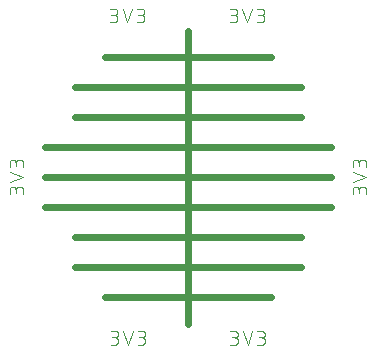
<source format=gbr>
G04 EAGLE Gerber RS-274X export*
G75*
%MOMM*%
%FSLAX34Y34*%
%LPD*%
%INSilkscreen Top*%
%IPPOS*%
%AMOC8*
5,1,8,0,0,1.08239X$1,22.5*%
G01*
%ADD10C,0.101600*%
%ADD11C,0.609600*%


D10*
X381518Y476980D02*
X384764Y476980D01*
X384877Y476982D01*
X384990Y476988D01*
X385103Y476998D01*
X385216Y477012D01*
X385328Y477029D01*
X385439Y477051D01*
X385549Y477076D01*
X385659Y477106D01*
X385767Y477139D01*
X385874Y477176D01*
X385980Y477216D01*
X386084Y477261D01*
X386187Y477309D01*
X386288Y477360D01*
X386387Y477415D01*
X386484Y477473D01*
X386579Y477535D01*
X386672Y477600D01*
X386762Y477668D01*
X386850Y477739D01*
X386936Y477814D01*
X387019Y477891D01*
X387099Y477971D01*
X387176Y478054D01*
X387251Y478140D01*
X387322Y478228D01*
X387390Y478318D01*
X387455Y478411D01*
X387517Y478506D01*
X387575Y478603D01*
X387630Y478702D01*
X387681Y478803D01*
X387729Y478906D01*
X387774Y479010D01*
X387814Y479116D01*
X387851Y479223D01*
X387884Y479331D01*
X387914Y479441D01*
X387939Y479551D01*
X387961Y479662D01*
X387978Y479774D01*
X387992Y479887D01*
X388002Y480000D01*
X388008Y480113D01*
X388010Y480226D01*
X388008Y480339D01*
X388002Y480452D01*
X387992Y480565D01*
X387978Y480678D01*
X387961Y480790D01*
X387939Y480901D01*
X387914Y481011D01*
X387884Y481121D01*
X387851Y481229D01*
X387814Y481336D01*
X387774Y481442D01*
X387729Y481546D01*
X387681Y481649D01*
X387630Y481750D01*
X387575Y481849D01*
X387517Y481946D01*
X387455Y482041D01*
X387390Y482134D01*
X387322Y482224D01*
X387251Y482312D01*
X387176Y482398D01*
X387099Y482481D01*
X387019Y482561D01*
X386936Y482638D01*
X386850Y482713D01*
X386762Y482784D01*
X386672Y482852D01*
X386579Y482917D01*
X386484Y482979D01*
X386387Y483037D01*
X386288Y483092D01*
X386187Y483143D01*
X386084Y483191D01*
X385980Y483236D01*
X385874Y483276D01*
X385767Y483313D01*
X385659Y483346D01*
X385549Y483376D01*
X385439Y483401D01*
X385328Y483423D01*
X385216Y483440D01*
X385103Y483454D01*
X384990Y483464D01*
X384877Y483470D01*
X384764Y483472D01*
X385413Y488664D02*
X381518Y488664D01*
X385413Y488664D02*
X385514Y488662D01*
X385614Y488656D01*
X385714Y488646D01*
X385814Y488633D01*
X385913Y488615D01*
X386012Y488594D01*
X386109Y488569D01*
X386206Y488540D01*
X386301Y488507D01*
X386395Y488471D01*
X386487Y488431D01*
X386578Y488388D01*
X386667Y488341D01*
X386754Y488291D01*
X386840Y488237D01*
X386923Y488180D01*
X387003Y488120D01*
X387082Y488057D01*
X387158Y487990D01*
X387231Y487921D01*
X387301Y487849D01*
X387369Y487775D01*
X387434Y487698D01*
X387495Y487618D01*
X387554Y487536D01*
X387609Y487452D01*
X387661Y487366D01*
X387710Y487278D01*
X387755Y487188D01*
X387797Y487096D01*
X387835Y487003D01*
X387869Y486908D01*
X387900Y486813D01*
X387927Y486716D01*
X387950Y486618D01*
X387970Y486519D01*
X387985Y486419D01*
X387997Y486319D01*
X388005Y486219D01*
X388009Y486118D01*
X388009Y486018D01*
X388005Y485917D01*
X387997Y485817D01*
X387985Y485717D01*
X387970Y485617D01*
X387950Y485518D01*
X387927Y485420D01*
X387900Y485323D01*
X387869Y485228D01*
X387835Y485133D01*
X387797Y485040D01*
X387755Y484948D01*
X387710Y484858D01*
X387661Y484770D01*
X387609Y484684D01*
X387554Y484600D01*
X387495Y484518D01*
X387434Y484438D01*
X387369Y484361D01*
X387301Y484287D01*
X387231Y484215D01*
X387158Y484146D01*
X387082Y484079D01*
X387003Y484016D01*
X386923Y483956D01*
X386840Y483899D01*
X386754Y483845D01*
X386667Y483795D01*
X386578Y483748D01*
X386487Y483705D01*
X386395Y483665D01*
X386301Y483629D01*
X386206Y483596D01*
X386109Y483567D01*
X386012Y483542D01*
X385913Y483521D01*
X385814Y483503D01*
X385714Y483490D01*
X385614Y483480D01*
X385514Y483474D01*
X385413Y483472D01*
X385413Y483471D02*
X382817Y483471D01*
X392299Y488664D02*
X396194Y476980D01*
X400089Y488664D01*
X404378Y476980D02*
X407624Y476980D01*
X407737Y476982D01*
X407850Y476988D01*
X407963Y476998D01*
X408076Y477012D01*
X408188Y477029D01*
X408299Y477051D01*
X408409Y477076D01*
X408519Y477106D01*
X408627Y477139D01*
X408734Y477176D01*
X408840Y477216D01*
X408944Y477261D01*
X409047Y477309D01*
X409148Y477360D01*
X409247Y477415D01*
X409344Y477473D01*
X409439Y477535D01*
X409532Y477600D01*
X409622Y477668D01*
X409710Y477739D01*
X409796Y477814D01*
X409879Y477891D01*
X409959Y477971D01*
X410036Y478054D01*
X410111Y478140D01*
X410182Y478228D01*
X410250Y478318D01*
X410315Y478411D01*
X410377Y478506D01*
X410435Y478603D01*
X410490Y478702D01*
X410541Y478803D01*
X410589Y478906D01*
X410634Y479010D01*
X410674Y479116D01*
X410711Y479223D01*
X410744Y479331D01*
X410774Y479441D01*
X410799Y479551D01*
X410821Y479662D01*
X410838Y479774D01*
X410852Y479887D01*
X410862Y480000D01*
X410868Y480113D01*
X410870Y480226D01*
X410868Y480339D01*
X410862Y480452D01*
X410852Y480565D01*
X410838Y480678D01*
X410821Y480790D01*
X410799Y480901D01*
X410774Y481011D01*
X410744Y481121D01*
X410711Y481229D01*
X410674Y481336D01*
X410634Y481442D01*
X410589Y481546D01*
X410541Y481649D01*
X410490Y481750D01*
X410435Y481849D01*
X410377Y481946D01*
X410315Y482041D01*
X410250Y482134D01*
X410182Y482224D01*
X410111Y482312D01*
X410036Y482398D01*
X409959Y482481D01*
X409879Y482561D01*
X409796Y482638D01*
X409710Y482713D01*
X409622Y482784D01*
X409532Y482852D01*
X409439Y482917D01*
X409344Y482979D01*
X409247Y483037D01*
X409148Y483092D01*
X409047Y483143D01*
X408944Y483191D01*
X408840Y483236D01*
X408734Y483276D01*
X408627Y483313D01*
X408519Y483346D01*
X408409Y483376D01*
X408299Y483401D01*
X408188Y483423D01*
X408076Y483440D01*
X407963Y483454D01*
X407850Y483464D01*
X407737Y483470D01*
X407624Y483472D01*
X408273Y488664D02*
X404378Y488664D01*
X408273Y488664D02*
X408374Y488662D01*
X408474Y488656D01*
X408574Y488646D01*
X408674Y488633D01*
X408773Y488615D01*
X408872Y488594D01*
X408969Y488569D01*
X409066Y488540D01*
X409161Y488507D01*
X409255Y488471D01*
X409347Y488431D01*
X409438Y488388D01*
X409527Y488341D01*
X409614Y488291D01*
X409700Y488237D01*
X409783Y488180D01*
X409863Y488120D01*
X409942Y488057D01*
X410018Y487990D01*
X410091Y487921D01*
X410161Y487849D01*
X410229Y487775D01*
X410294Y487698D01*
X410355Y487618D01*
X410414Y487536D01*
X410469Y487452D01*
X410521Y487366D01*
X410570Y487278D01*
X410615Y487188D01*
X410657Y487096D01*
X410695Y487003D01*
X410729Y486908D01*
X410760Y486813D01*
X410787Y486716D01*
X410810Y486618D01*
X410830Y486519D01*
X410845Y486419D01*
X410857Y486319D01*
X410865Y486219D01*
X410869Y486118D01*
X410869Y486018D01*
X410865Y485917D01*
X410857Y485817D01*
X410845Y485717D01*
X410830Y485617D01*
X410810Y485518D01*
X410787Y485420D01*
X410760Y485323D01*
X410729Y485228D01*
X410695Y485133D01*
X410657Y485040D01*
X410615Y484948D01*
X410570Y484858D01*
X410521Y484770D01*
X410469Y484684D01*
X410414Y484600D01*
X410355Y484518D01*
X410294Y484438D01*
X410229Y484361D01*
X410161Y484287D01*
X410091Y484215D01*
X410018Y484146D01*
X409942Y484079D01*
X409863Y484016D01*
X409783Y483956D01*
X409700Y483899D01*
X409614Y483845D01*
X409527Y483795D01*
X409438Y483748D01*
X409347Y483705D01*
X409255Y483665D01*
X409161Y483629D01*
X409066Y483596D01*
X408969Y483567D01*
X408872Y483542D01*
X408773Y483521D01*
X408674Y483503D01*
X408574Y483490D01*
X408474Y483480D01*
X408374Y483474D01*
X408273Y483472D01*
X408273Y483471D02*
X405677Y483471D01*
X497242Y334770D02*
X497242Y331524D01*
X497242Y334770D02*
X497240Y334883D01*
X497234Y334996D01*
X497224Y335109D01*
X497210Y335222D01*
X497193Y335334D01*
X497171Y335445D01*
X497146Y335555D01*
X497116Y335665D01*
X497083Y335773D01*
X497046Y335880D01*
X497006Y335986D01*
X496961Y336090D01*
X496913Y336193D01*
X496862Y336294D01*
X496807Y336393D01*
X496749Y336490D01*
X496687Y336585D01*
X496622Y336678D01*
X496554Y336768D01*
X496483Y336856D01*
X496408Y336942D01*
X496331Y337025D01*
X496251Y337105D01*
X496168Y337182D01*
X496082Y337257D01*
X495994Y337328D01*
X495904Y337396D01*
X495811Y337461D01*
X495716Y337523D01*
X495619Y337581D01*
X495520Y337636D01*
X495419Y337687D01*
X495316Y337735D01*
X495212Y337780D01*
X495106Y337820D01*
X494999Y337857D01*
X494891Y337890D01*
X494781Y337920D01*
X494671Y337945D01*
X494560Y337967D01*
X494448Y337984D01*
X494335Y337998D01*
X494222Y338008D01*
X494109Y338014D01*
X493996Y338016D01*
X493883Y338014D01*
X493770Y338008D01*
X493657Y337998D01*
X493544Y337984D01*
X493432Y337967D01*
X493321Y337945D01*
X493211Y337920D01*
X493101Y337890D01*
X492993Y337857D01*
X492886Y337820D01*
X492780Y337780D01*
X492676Y337735D01*
X492573Y337687D01*
X492472Y337636D01*
X492373Y337581D01*
X492276Y337523D01*
X492181Y337461D01*
X492088Y337396D01*
X491998Y337328D01*
X491910Y337257D01*
X491824Y337182D01*
X491741Y337105D01*
X491661Y337025D01*
X491584Y336942D01*
X491509Y336856D01*
X491438Y336768D01*
X491370Y336678D01*
X491305Y336585D01*
X491243Y336490D01*
X491185Y336393D01*
X491130Y336294D01*
X491079Y336193D01*
X491031Y336090D01*
X490986Y335986D01*
X490946Y335880D01*
X490909Y335773D01*
X490876Y335665D01*
X490846Y335555D01*
X490821Y335445D01*
X490799Y335334D01*
X490782Y335222D01*
X490768Y335109D01*
X490758Y334996D01*
X490752Y334883D01*
X490750Y334770D01*
X485558Y335419D02*
X485558Y331524D01*
X485558Y335419D02*
X485560Y335520D01*
X485566Y335620D01*
X485576Y335720D01*
X485589Y335820D01*
X485607Y335919D01*
X485628Y336018D01*
X485653Y336115D01*
X485682Y336212D01*
X485715Y336307D01*
X485751Y336401D01*
X485791Y336493D01*
X485834Y336584D01*
X485881Y336673D01*
X485931Y336760D01*
X485985Y336846D01*
X486042Y336929D01*
X486102Y337009D01*
X486165Y337088D01*
X486232Y337164D01*
X486301Y337237D01*
X486373Y337307D01*
X486447Y337375D01*
X486524Y337440D01*
X486604Y337501D01*
X486686Y337560D01*
X486770Y337615D01*
X486856Y337667D01*
X486944Y337716D01*
X487034Y337761D01*
X487126Y337803D01*
X487219Y337841D01*
X487314Y337875D01*
X487409Y337906D01*
X487506Y337933D01*
X487604Y337956D01*
X487703Y337976D01*
X487803Y337991D01*
X487903Y338003D01*
X488003Y338011D01*
X488104Y338015D01*
X488204Y338015D01*
X488305Y338011D01*
X488405Y338003D01*
X488505Y337991D01*
X488605Y337976D01*
X488704Y337956D01*
X488802Y337933D01*
X488899Y337906D01*
X488994Y337875D01*
X489089Y337841D01*
X489182Y337803D01*
X489274Y337761D01*
X489364Y337716D01*
X489452Y337667D01*
X489538Y337615D01*
X489622Y337560D01*
X489704Y337501D01*
X489784Y337440D01*
X489861Y337375D01*
X489935Y337307D01*
X490007Y337237D01*
X490076Y337164D01*
X490143Y337088D01*
X490206Y337009D01*
X490266Y336929D01*
X490323Y336846D01*
X490377Y336760D01*
X490427Y336673D01*
X490474Y336584D01*
X490517Y336493D01*
X490557Y336401D01*
X490593Y336307D01*
X490626Y336212D01*
X490655Y336115D01*
X490680Y336018D01*
X490701Y335919D01*
X490719Y335820D01*
X490732Y335720D01*
X490742Y335620D01*
X490748Y335520D01*
X490750Y335419D01*
X490751Y335419D02*
X490751Y332823D01*
X485558Y342305D02*
X497242Y346200D01*
X485558Y350095D01*
X497242Y354384D02*
X497242Y357630D01*
X497240Y357743D01*
X497234Y357856D01*
X497224Y357969D01*
X497210Y358082D01*
X497193Y358194D01*
X497171Y358305D01*
X497146Y358415D01*
X497116Y358525D01*
X497083Y358633D01*
X497046Y358740D01*
X497006Y358846D01*
X496961Y358950D01*
X496913Y359053D01*
X496862Y359154D01*
X496807Y359253D01*
X496749Y359350D01*
X496687Y359445D01*
X496622Y359538D01*
X496554Y359628D01*
X496483Y359716D01*
X496408Y359802D01*
X496331Y359885D01*
X496251Y359965D01*
X496168Y360042D01*
X496082Y360117D01*
X495994Y360188D01*
X495904Y360256D01*
X495811Y360321D01*
X495716Y360383D01*
X495619Y360441D01*
X495520Y360496D01*
X495419Y360547D01*
X495316Y360595D01*
X495212Y360640D01*
X495106Y360680D01*
X494999Y360717D01*
X494891Y360750D01*
X494781Y360780D01*
X494671Y360805D01*
X494560Y360827D01*
X494448Y360844D01*
X494335Y360858D01*
X494222Y360868D01*
X494109Y360874D01*
X493996Y360876D01*
X493883Y360874D01*
X493770Y360868D01*
X493657Y360858D01*
X493544Y360844D01*
X493432Y360827D01*
X493321Y360805D01*
X493211Y360780D01*
X493101Y360750D01*
X492993Y360717D01*
X492886Y360680D01*
X492780Y360640D01*
X492676Y360595D01*
X492573Y360547D01*
X492472Y360496D01*
X492373Y360441D01*
X492276Y360383D01*
X492181Y360321D01*
X492088Y360256D01*
X491998Y360188D01*
X491910Y360117D01*
X491824Y360042D01*
X491741Y359965D01*
X491661Y359885D01*
X491584Y359802D01*
X491509Y359716D01*
X491438Y359628D01*
X491370Y359538D01*
X491305Y359445D01*
X491243Y359350D01*
X491185Y359253D01*
X491130Y359154D01*
X491079Y359053D01*
X491031Y358950D01*
X490986Y358846D01*
X490946Y358740D01*
X490909Y358633D01*
X490876Y358525D01*
X490846Y358415D01*
X490821Y358305D01*
X490799Y358194D01*
X490782Y358082D01*
X490768Y357969D01*
X490758Y357856D01*
X490752Y357743D01*
X490750Y357630D01*
X485558Y358279D02*
X485558Y354384D01*
X485558Y358279D02*
X485560Y358380D01*
X485566Y358480D01*
X485576Y358580D01*
X485589Y358680D01*
X485607Y358779D01*
X485628Y358878D01*
X485653Y358975D01*
X485682Y359072D01*
X485715Y359167D01*
X485751Y359261D01*
X485791Y359353D01*
X485834Y359444D01*
X485881Y359533D01*
X485931Y359620D01*
X485985Y359706D01*
X486042Y359789D01*
X486102Y359869D01*
X486165Y359948D01*
X486232Y360024D01*
X486301Y360097D01*
X486373Y360167D01*
X486447Y360235D01*
X486524Y360300D01*
X486604Y360361D01*
X486686Y360420D01*
X486770Y360475D01*
X486856Y360527D01*
X486944Y360576D01*
X487034Y360621D01*
X487126Y360663D01*
X487219Y360701D01*
X487314Y360735D01*
X487409Y360766D01*
X487506Y360793D01*
X487604Y360816D01*
X487703Y360836D01*
X487803Y360851D01*
X487903Y360863D01*
X488003Y360871D01*
X488104Y360875D01*
X488204Y360875D01*
X488305Y360871D01*
X488405Y360863D01*
X488505Y360851D01*
X488605Y360836D01*
X488704Y360816D01*
X488802Y360793D01*
X488899Y360766D01*
X488994Y360735D01*
X489089Y360701D01*
X489182Y360663D01*
X489274Y360621D01*
X489364Y360576D01*
X489452Y360527D01*
X489538Y360475D01*
X489622Y360420D01*
X489704Y360361D01*
X489784Y360300D01*
X489861Y360235D01*
X489935Y360167D01*
X490007Y360097D01*
X490076Y360024D01*
X490143Y359948D01*
X490206Y359869D01*
X490266Y359789D01*
X490323Y359706D01*
X490377Y359620D01*
X490427Y359533D01*
X490474Y359444D01*
X490517Y359353D01*
X490557Y359261D01*
X490593Y359167D01*
X490626Y359072D01*
X490655Y358975D01*
X490680Y358878D01*
X490701Y358779D01*
X490719Y358680D01*
X490732Y358580D01*
X490742Y358480D01*
X490748Y358380D01*
X490750Y358279D01*
X490751Y358279D02*
X490751Y355683D01*
X385272Y203960D02*
X382026Y203960D01*
X385272Y203960D02*
X385385Y203962D01*
X385498Y203968D01*
X385611Y203978D01*
X385724Y203992D01*
X385836Y204009D01*
X385947Y204031D01*
X386057Y204056D01*
X386167Y204086D01*
X386275Y204119D01*
X386382Y204156D01*
X386488Y204196D01*
X386592Y204241D01*
X386695Y204289D01*
X386796Y204340D01*
X386895Y204395D01*
X386992Y204453D01*
X387087Y204515D01*
X387180Y204580D01*
X387270Y204648D01*
X387358Y204719D01*
X387444Y204794D01*
X387527Y204871D01*
X387607Y204951D01*
X387684Y205034D01*
X387759Y205120D01*
X387830Y205208D01*
X387898Y205298D01*
X387963Y205391D01*
X388025Y205486D01*
X388083Y205583D01*
X388138Y205682D01*
X388189Y205783D01*
X388237Y205886D01*
X388282Y205990D01*
X388322Y206096D01*
X388359Y206203D01*
X388392Y206311D01*
X388422Y206421D01*
X388447Y206531D01*
X388469Y206642D01*
X388486Y206754D01*
X388500Y206867D01*
X388510Y206980D01*
X388516Y207093D01*
X388518Y207206D01*
X388516Y207319D01*
X388510Y207432D01*
X388500Y207545D01*
X388486Y207658D01*
X388469Y207770D01*
X388447Y207881D01*
X388422Y207991D01*
X388392Y208101D01*
X388359Y208209D01*
X388322Y208316D01*
X388282Y208422D01*
X388237Y208526D01*
X388189Y208629D01*
X388138Y208730D01*
X388083Y208829D01*
X388025Y208926D01*
X387963Y209021D01*
X387898Y209114D01*
X387830Y209204D01*
X387759Y209292D01*
X387684Y209378D01*
X387607Y209461D01*
X387527Y209541D01*
X387444Y209618D01*
X387358Y209693D01*
X387270Y209764D01*
X387180Y209832D01*
X387087Y209897D01*
X386992Y209959D01*
X386895Y210017D01*
X386796Y210072D01*
X386695Y210123D01*
X386592Y210171D01*
X386488Y210216D01*
X386382Y210256D01*
X386275Y210293D01*
X386167Y210326D01*
X386057Y210356D01*
X385947Y210381D01*
X385836Y210403D01*
X385724Y210420D01*
X385611Y210434D01*
X385498Y210444D01*
X385385Y210450D01*
X385272Y210452D01*
X385921Y215644D02*
X382026Y215644D01*
X385921Y215644D02*
X386022Y215642D01*
X386122Y215636D01*
X386222Y215626D01*
X386322Y215613D01*
X386421Y215595D01*
X386520Y215574D01*
X386617Y215549D01*
X386714Y215520D01*
X386809Y215487D01*
X386903Y215451D01*
X386995Y215411D01*
X387086Y215368D01*
X387175Y215321D01*
X387262Y215271D01*
X387348Y215217D01*
X387431Y215160D01*
X387511Y215100D01*
X387590Y215037D01*
X387666Y214970D01*
X387739Y214901D01*
X387809Y214829D01*
X387877Y214755D01*
X387942Y214678D01*
X388003Y214598D01*
X388062Y214516D01*
X388117Y214432D01*
X388169Y214346D01*
X388218Y214258D01*
X388263Y214168D01*
X388305Y214076D01*
X388343Y213983D01*
X388377Y213888D01*
X388408Y213793D01*
X388435Y213696D01*
X388458Y213598D01*
X388478Y213499D01*
X388493Y213399D01*
X388505Y213299D01*
X388513Y213199D01*
X388517Y213098D01*
X388517Y212998D01*
X388513Y212897D01*
X388505Y212797D01*
X388493Y212697D01*
X388478Y212597D01*
X388458Y212498D01*
X388435Y212400D01*
X388408Y212303D01*
X388377Y212208D01*
X388343Y212113D01*
X388305Y212020D01*
X388263Y211928D01*
X388218Y211838D01*
X388169Y211750D01*
X388117Y211664D01*
X388062Y211580D01*
X388003Y211498D01*
X387942Y211418D01*
X387877Y211341D01*
X387809Y211267D01*
X387739Y211195D01*
X387666Y211126D01*
X387590Y211059D01*
X387511Y210996D01*
X387431Y210936D01*
X387348Y210879D01*
X387262Y210825D01*
X387175Y210775D01*
X387086Y210728D01*
X386995Y210685D01*
X386903Y210645D01*
X386809Y210609D01*
X386714Y210576D01*
X386617Y210547D01*
X386520Y210522D01*
X386421Y210501D01*
X386322Y210483D01*
X386222Y210470D01*
X386122Y210460D01*
X386022Y210454D01*
X385921Y210452D01*
X385921Y210451D02*
X383325Y210451D01*
X392807Y215644D02*
X396702Y203960D01*
X400597Y215644D01*
X404886Y203960D02*
X408132Y203960D01*
X408245Y203962D01*
X408358Y203968D01*
X408471Y203978D01*
X408584Y203992D01*
X408696Y204009D01*
X408807Y204031D01*
X408917Y204056D01*
X409027Y204086D01*
X409135Y204119D01*
X409242Y204156D01*
X409348Y204196D01*
X409452Y204241D01*
X409555Y204289D01*
X409656Y204340D01*
X409755Y204395D01*
X409852Y204453D01*
X409947Y204515D01*
X410040Y204580D01*
X410130Y204648D01*
X410218Y204719D01*
X410304Y204794D01*
X410387Y204871D01*
X410467Y204951D01*
X410544Y205034D01*
X410619Y205120D01*
X410690Y205208D01*
X410758Y205298D01*
X410823Y205391D01*
X410885Y205486D01*
X410943Y205583D01*
X410998Y205682D01*
X411049Y205783D01*
X411097Y205886D01*
X411142Y205990D01*
X411182Y206096D01*
X411219Y206203D01*
X411252Y206311D01*
X411282Y206421D01*
X411307Y206531D01*
X411329Y206642D01*
X411346Y206754D01*
X411360Y206867D01*
X411370Y206980D01*
X411376Y207093D01*
X411378Y207206D01*
X411376Y207319D01*
X411370Y207432D01*
X411360Y207545D01*
X411346Y207658D01*
X411329Y207770D01*
X411307Y207881D01*
X411282Y207991D01*
X411252Y208101D01*
X411219Y208209D01*
X411182Y208316D01*
X411142Y208422D01*
X411097Y208526D01*
X411049Y208629D01*
X410998Y208730D01*
X410943Y208829D01*
X410885Y208926D01*
X410823Y209021D01*
X410758Y209114D01*
X410690Y209204D01*
X410619Y209292D01*
X410544Y209378D01*
X410467Y209461D01*
X410387Y209541D01*
X410304Y209618D01*
X410218Y209693D01*
X410130Y209764D01*
X410040Y209832D01*
X409947Y209897D01*
X409852Y209959D01*
X409755Y210017D01*
X409656Y210072D01*
X409555Y210123D01*
X409452Y210171D01*
X409348Y210216D01*
X409242Y210256D01*
X409135Y210293D01*
X409027Y210326D01*
X408917Y210356D01*
X408807Y210381D01*
X408696Y210403D01*
X408584Y210420D01*
X408471Y210434D01*
X408358Y210444D01*
X408245Y210450D01*
X408132Y210452D01*
X408781Y215644D02*
X404886Y215644D01*
X408781Y215644D02*
X408882Y215642D01*
X408982Y215636D01*
X409082Y215626D01*
X409182Y215613D01*
X409281Y215595D01*
X409380Y215574D01*
X409477Y215549D01*
X409574Y215520D01*
X409669Y215487D01*
X409763Y215451D01*
X409855Y215411D01*
X409946Y215368D01*
X410035Y215321D01*
X410122Y215271D01*
X410208Y215217D01*
X410291Y215160D01*
X410371Y215100D01*
X410450Y215037D01*
X410526Y214970D01*
X410599Y214901D01*
X410669Y214829D01*
X410737Y214755D01*
X410802Y214678D01*
X410863Y214598D01*
X410922Y214516D01*
X410977Y214432D01*
X411029Y214346D01*
X411078Y214258D01*
X411123Y214168D01*
X411165Y214076D01*
X411203Y213983D01*
X411237Y213888D01*
X411268Y213793D01*
X411295Y213696D01*
X411318Y213598D01*
X411338Y213499D01*
X411353Y213399D01*
X411365Y213299D01*
X411373Y213199D01*
X411377Y213098D01*
X411377Y212998D01*
X411373Y212897D01*
X411365Y212797D01*
X411353Y212697D01*
X411338Y212597D01*
X411318Y212498D01*
X411295Y212400D01*
X411268Y212303D01*
X411237Y212208D01*
X411203Y212113D01*
X411165Y212020D01*
X411123Y211928D01*
X411078Y211838D01*
X411029Y211750D01*
X410977Y211664D01*
X410922Y211580D01*
X410863Y211498D01*
X410802Y211418D01*
X410737Y211341D01*
X410669Y211267D01*
X410599Y211195D01*
X410526Y211126D01*
X410450Y211059D01*
X410371Y210996D01*
X410291Y210936D01*
X410208Y210879D01*
X410122Y210825D01*
X410035Y210775D01*
X409946Y210728D01*
X409855Y210685D01*
X409763Y210645D01*
X409669Y210609D01*
X409574Y210576D01*
X409477Y210547D01*
X409380Y210522D01*
X409281Y210501D01*
X409182Y210483D01*
X409082Y210470D01*
X408982Y210460D01*
X408882Y210454D01*
X408781Y210452D01*
X408781Y210451D02*
X406185Y210451D01*
X206842Y331524D02*
X206842Y334770D01*
X206840Y334883D01*
X206834Y334996D01*
X206824Y335109D01*
X206810Y335222D01*
X206793Y335334D01*
X206771Y335445D01*
X206746Y335555D01*
X206716Y335665D01*
X206683Y335773D01*
X206646Y335880D01*
X206606Y335986D01*
X206561Y336090D01*
X206513Y336193D01*
X206462Y336294D01*
X206407Y336393D01*
X206349Y336490D01*
X206287Y336585D01*
X206222Y336678D01*
X206154Y336768D01*
X206083Y336856D01*
X206008Y336942D01*
X205931Y337025D01*
X205851Y337105D01*
X205768Y337182D01*
X205682Y337257D01*
X205594Y337328D01*
X205504Y337396D01*
X205411Y337461D01*
X205316Y337523D01*
X205219Y337581D01*
X205120Y337636D01*
X205019Y337687D01*
X204916Y337735D01*
X204812Y337780D01*
X204706Y337820D01*
X204599Y337857D01*
X204491Y337890D01*
X204381Y337920D01*
X204271Y337945D01*
X204160Y337967D01*
X204048Y337984D01*
X203935Y337998D01*
X203822Y338008D01*
X203709Y338014D01*
X203596Y338016D01*
X203483Y338014D01*
X203370Y338008D01*
X203257Y337998D01*
X203144Y337984D01*
X203032Y337967D01*
X202921Y337945D01*
X202811Y337920D01*
X202701Y337890D01*
X202593Y337857D01*
X202486Y337820D01*
X202380Y337780D01*
X202276Y337735D01*
X202173Y337687D01*
X202072Y337636D01*
X201973Y337581D01*
X201876Y337523D01*
X201781Y337461D01*
X201688Y337396D01*
X201598Y337328D01*
X201510Y337257D01*
X201424Y337182D01*
X201341Y337105D01*
X201261Y337025D01*
X201184Y336942D01*
X201109Y336856D01*
X201038Y336768D01*
X200970Y336678D01*
X200905Y336585D01*
X200843Y336490D01*
X200785Y336393D01*
X200730Y336294D01*
X200679Y336193D01*
X200631Y336090D01*
X200586Y335986D01*
X200546Y335880D01*
X200509Y335773D01*
X200476Y335665D01*
X200446Y335555D01*
X200421Y335445D01*
X200399Y335334D01*
X200382Y335222D01*
X200368Y335109D01*
X200358Y334996D01*
X200352Y334883D01*
X200350Y334770D01*
X195158Y335419D02*
X195158Y331524D01*
X195158Y335419D02*
X195160Y335520D01*
X195166Y335620D01*
X195176Y335720D01*
X195189Y335820D01*
X195207Y335919D01*
X195228Y336018D01*
X195253Y336115D01*
X195282Y336212D01*
X195315Y336307D01*
X195351Y336401D01*
X195391Y336493D01*
X195434Y336584D01*
X195481Y336673D01*
X195531Y336760D01*
X195585Y336846D01*
X195642Y336929D01*
X195702Y337009D01*
X195765Y337088D01*
X195832Y337164D01*
X195901Y337237D01*
X195973Y337307D01*
X196047Y337375D01*
X196124Y337440D01*
X196204Y337501D01*
X196286Y337560D01*
X196370Y337615D01*
X196456Y337667D01*
X196544Y337716D01*
X196634Y337761D01*
X196726Y337803D01*
X196819Y337841D01*
X196914Y337875D01*
X197009Y337906D01*
X197106Y337933D01*
X197204Y337956D01*
X197303Y337976D01*
X197403Y337991D01*
X197503Y338003D01*
X197603Y338011D01*
X197704Y338015D01*
X197804Y338015D01*
X197905Y338011D01*
X198005Y338003D01*
X198105Y337991D01*
X198205Y337976D01*
X198304Y337956D01*
X198402Y337933D01*
X198499Y337906D01*
X198594Y337875D01*
X198689Y337841D01*
X198782Y337803D01*
X198874Y337761D01*
X198964Y337716D01*
X199052Y337667D01*
X199138Y337615D01*
X199222Y337560D01*
X199304Y337501D01*
X199384Y337440D01*
X199461Y337375D01*
X199535Y337307D01*
X199607Y337237D01*
X199676Y337164D01*
X199743Y337088D01*
X199806Y337009D01*
X199866Y336929D01*
X199923Y336846D01*
X199977Y336760D01*
X200027Y336673D01*
X200074Y336584D01*
X200117Y336493D01*
X200157Y336401D01*
X200193Y336307D01*
X200226Y336212D01*
X200255Y336115D01*
X200280Y336018D01*
X200301Y335919D01*
X200319Y335820D01*
X200332Y335720D01*
X200342Y335620D01*
X200348Y335520D01*
X200350Y335419D01*
X200351Y335419D02*
X200351Y332823D01*
X195158Y342305D02*
X206842Y346200D01*
X195158Y350095D01*
X206842Y354384D02*
X206842Y357630D01*
X206840Y357743D01*
X206834Y357856D01*
X206824Y357969D01*
X206810Y358082D01*
X206793Y358194D01*
X206771Y358305D01*
X206746Y358415D01*
X206716Y358525D01*
X206683Y358633D01*
X206646Y358740D01*
X206606Y358846D01*
X206561Y358950D01*
X206513Y359053D01*
X206462Y359154D01*
X206407Y359253D01*
X206349Y359350D01*
X206287Y359445D01*
X206222Y359538D01*
X206154Y359628D01*
X206083Y359716D01*
X206008Y359802D01*
X205931Y359885D01*
X205851Y359965D01*
X205768Y360042D01*
X205682Y360117D01*
X205594Y360188D01*
X205504Y360256D01*
X205411Y360321D01*
X205316Y360383D01*
X205219Y360441D01*
X205120Y360496D01*
X205019Y360547D01*
X204916Y360595D01*
X204812Y360640D01*
X204706Y360680D01*
X204599Y360717D01*
X204491Y360750D01*
X204381Y360780D01*
X204271Y360805D01*
X204160Y360827D01*
X204048Y360844D01*
X203935Y360858D01*
X203822Y360868D01*
X203709Y360874D01*
X203596Y360876D01*
X203483Y360874D01*
X203370Y360868D01*
X203257Y360858D01*
X203144Y360844D01*
X203032Y360827D01*
X202921Y360805D01*
X202811Y360780D01*
X202701Y360750D01*
X202593Y360717D01*
X202486Y360680D01*
X202380Y360640D01*
X202276Y360595D01*
X202173Y360547D01*
X202072Y360496D01*
X201973Y360441D01*
X201876Y360383D01*
X201781Y360321D01*
X201688Y360256D01*
X201598Y360188D01*
X201510Y360117D01*
X201424Y360042D01*
X201341Y359965D01*
X201261Y359885D01*
X201184Y359802D01*
X201109Y359716D01*
X201038Y359628D01*
X200970Y359538D01*
X200905Y359445D01*
X200843Y359350D01*
X200785Y359253D01*
X200730Y359154D01*
X200679Y359053D01*
X200631Y358950D01*
X200586Y358846D01*
X200546Y358740D01*
X200509Y358633D01*
X200476Y358525D01*
X200446Y358415D01*
X200421Y358305D01*
X200399Y358194D01*
X200382Y358082D01*
X200368Y357969D01*
X200358Y357856D01*
X200352Y357743D01*
X200350Y357630D01*
X195158Y358279D02*
X195158Y354384D01*
X195158Y358279D02*
X195160Y358380D01*
X195166Y358480D01*
X195176Y358580D01*
X195189Y358680D01*
X195207Y358779D01*
X195228Y358878D01*
X195253Y358975D01*
X195282Y359072D01*
X195315Y359167D01*
X195351Y359261D01*
X195391Y359353D01*
X195434Y359444D01*
X195481Y359533D01*
X195531Y359620D01*
X195585Y359706D01*
X195642Y359789D01*
X195702Y359869D01*
X195765Y359948D01*
X195832Y360024D01*
X195901Y360097D01*
X195973Y360167D01*
X196047Y360235D01*
X196124Y360300D01*
X196204Y360361D01*
X196286Y360420D01*
X196370Y360475D01*
X196456Y360527D01*
X196544Y360576D01*
X196634Y360621D01*
X196726Y360663D01*
X196819Y360701D01*
X196914Y360735D01*
X197009Y360766D01*
X197106Y360793D01*
X197204Y360816D01*
X197303Y360836D01*
X197403Y360851D01*
X197503Y360863D01*
X197603Y360871D01*
X197704Y360875D01*
X197804Y360875D01*
X197905Y360871D01*
X198005Y360863D01*
X198105Y360851D01*
X198205Y360836D01*
X198304Y360816D01*
X198402Y360793D01*
X198499Y360766D01*
X198594Y360735D01*
X198689Y360701D01*
X198782Y360663D01*
X198874Y360621D01*
X198964Y360576D01*
X199052Y360527D01*
X199138Y360475D01*
X199222Y360420D01*
X199304Y360361D01*
X199384Y360300D01*
X199461Y360235D01*
X199535Y360167D01*
X199607Y360097D01*
X199676Y360024D01*
X199743Y359948D01*
X199806Y359869D01*
X199866Y359789D01*
X199923Y359706D01*
X199977Y359620D01*
X200027Y359533D01*
X200074Y359444D01*
X200117Y359353D01*
X200157Y359261D01*
X200193Y359167D01*
X200226Y359072D01*
X200255Y358975D01*
X200280Y358878D01*
X200301Y358779D01*
X200319Y358680D01*
X200332Y358580D01*
X200342Y358480D01*
X200348Y358380D01*
X200350Y358279D01*
X200351Y358279D02*
X200351Y355683D01*
X280006Y476980D02*
X283252Y476980D01*
X283365Y476982D01*
X283478Y476988D01*
X283591Y476998D01*
X283704Y477012D01*
X283816Y477029D01*
X283927Y477051D01*
X284037Y477076D01*
X284147Y477106D01*
X284255Y477139D01*
X284362Y477176D01*
X284468Y477216D01*
X284572Y477261D01*
X284675Y477309D01*
X284776Y477360D01*
X284875Y477415D01*
X284972Y477473D01*
X285067Y477535D01*
X285160Y477600D01*
X285250Y477668D01*
X285338Y477739D01*
X285424Y477814D01*
X285507Y477891D01*
X285587Y477971D01*
X285664Y478054D01*
X285739Y478140D01*
X285810Y478228D01*
X285878Y478318D01*
X285943Y478411D01*
X286005Y478506D01*
X286063Y478603D01*
X286118Y478702D01*
X286169Y478803D01*
X286217Y478906D01*
X286262Y479010D01*
X286302Y479116D01*
X286339Y479223D01*
X286372Y479331D01*
X286402Y479441D01*
X286427Y479551D01*
X286449Y479662D01*
X286466Y479774D01*
X286480Y479887D01*
X286490Y480000D01*
X286496Y480113D01*
X286498Y480226D01*
X286496Y480339D01*
X286490Y480452D01*
X286480Y480565D01*
X286466Y480678D01*
X286449Y480790D01*
X286427Y480901D01*
X286402Y481011D01*
X286372Y481121D01*
X286339Y481229D01*
X286302Y481336D01*
X286262Y481442D01*
X286217Y481546D01*
X286169Y481649D01*
X286118Y481750D01*
X286063Y481849D01*
X286005Y481946D01*
X285943Y482041D01*
X285878Y482134D01*
X285810Y482224D01*
X285739Y482312D01*
X285664Y482398D01*
X285587Y482481D01*
X285507Y482561D01*
X285424Y482638D01*
X285338Y482713D01*
X285250Y482784D01*
X285160Y482852D01*
X285067Y482917D01*
X284972Y482979D01*
X284875Y483037D01*
X284776Y483092D01*
X284675Y483143D01*
X284572Y483191D01*
X284468Y483236D01*
X284362Y483276D01*
X284255Y483313D01*
X284147Y483346D01*
X284037Y483376D01*
X283927Y483401D01*
X283816Y483423D01*
X283704Y483440D01*
X283591Y483454D01*
X283478Y483464D01*
X283365Y483470D01*
X283252Y483472D01*
X283901Y488664D02*
X280006Y488664D01*
X283901Y488664D02*
X284002Y488662D01*
X284102Y488656D01*
X284202Y488646D01*
X284302Y488633D01*
X284401Y488615D01*
X284500Y488594D01*
X284597Y488569D01*
X284694Y488540D01*
X284789Y488507D01*
X284883Y488471D01*
X284975Y488431D01*
X285066Y488388D01*
X285155Y488341D01*
X285242Y488291D01*
X285328Y488237D01*
X285411Y488180D01*
X285491Y488120D01*
X285570Y488057D01*
X285646Y487990D01*
X285719Y487921D01*
X285789Y487849D01*
X285857Y487775D01*
X285922Y487698D01*
X285983Y487618D01*
X286042Y487536D01*
X286097Y487452D01*
X286149Y487366D01*
X286198Y487278D01*
X286243Y487188D01*
X286285Y487096D01*
X286323Y487003D01*
X286357Y486908D01*
X286388Y486813D01*
X286415Y486716D01*
X286438Y486618D01*
X286458Y486519D01*
X286473Y486419D01*
X286485Y486319D01*
X286493Y486219D01*
X286497Y486118D01*
X286497Y486018D01*
X286493Y485917D01*
X286485Y485817D01*
X286473Y485717D01*
X286458Y485617D01*
X286438Y485518D01*
X286415Y485420D01*
X286388Y485323D01*
X286357Y485228D01*
X286323Y485133D01*
X286285Y485040D01*
X286243Y484948D01*
X286198Y484858D01*
X286149Y484770D01*
X286097Y484684D01*
X286042Y484600D01*
X285983Y484518D01*
X285922Y484438D01*
X285857Y484361D01*
X285789Y484287D01*
X285719Y484215D01*
X285646Y484146D01*
X285570Y484079D01*
X285491Y484016D01*
X285411Y483956D01*
X285328Y483899D01*
X285242Y483845D01*
X285155Y483795D01*
X285066Y483748D01*
X284975Y483705D01*
X284883Y483665D01*
X284789Y483629D01*
X284694Y483596D01*
X284597Y483567D01*
X284500Y483542D01*
X284401Y483521D01*
X284302Y483503D01*
X284202Y483490D01*
X284102Y483480D01*
X284002Y483474D01*
X283901Y483472D01*
X283901Y483471D02*
X281305Y483471D01*
X290787Y488664D02*
X294682Y476980D01*
X298577Y488664D01*
X302866Y476980D02*
X306112Y476980D01*
X306225Y476982D01*
X306338Y476988D01*
X306451Y476998D01*
X306564Y477012D01*
X306676Y477029D01*
X306787Y477051D01*
X306897Y477076D01*
X307007Y477106D01*
X307115Y477139D01*
X307222Y477176D01*
X307328Y477216D01*
X307432Y477261D01*
X307535Y477309D01*
X307636Y477360D01*
X307735Y477415D01*
X307832Y477473D01*
X307927Y477535D01*
X308020Y477600D01*
X308110Y477668D01*
X308198Y477739D01*
X308284Y477814D01*
X308367Y477891D01*
X308447Y477971D01*
X308524Y478054D01*
X308599Y478140D01*
X308670Y478228D01*
X308738Y478318D01*
X308803Y478411D01*
X308865Y478506D01*
X308923Y478603D01*
X308978Y478702D01*
X309029Y478803D01*
X309077Y478906D01*
X309122Y479010D01*
X309162Y479116D01*
X309199Y479223D01*
X309232Y479331D01*
X309262Y479441D01*
X309287Y479551D01*
X309309Y479662D01*
X309326Y479774D01*
X309340Y479887D01*
X309350Y480000D01*
X309356Y480113D01*
X309358Y480226D01*
X309356Y480339D01*
X309350Y480452D01*
X309340Y480565D01*
X309326Y480678D01*
X309309Y480790D01*
X309287Y480901D01*
X309262Y481011D01*
X309232Y481121D01*
X309199Y481229D01*
X309162Y481336D01*
X309122Y481442D01*
X309077Y481546D01*
X309029Y481649D01*
X308978Y481750D01*
X308923Y481849D01*
X308865Y481946D01*
X308803Y482041D01*
X308738Y482134D01*
X308670Y482224D01*
X308599Y482312D01*
X308524Y482398D01*
X308447Y482481D01*
X308367Y482561D01*
X308284Y482638D01*
X308198Y482713D01*
X308110Y482784D01*
X308020Y482852D01*
X307927Y482917D01*
X307832Y482979D01*
X307735Y483037D01*
X307636Y483092D01*
X307535Y483143D01*
X307432Y483191D01*
X307328Y483236D01*
X307222Y483276D01*
X307115Y483313D01*
X307007Y483346D01*
X306897Y483376D01*
X306787Y483401D01*
X306676Y483423D01*
X306564Y483440D01*
X306451Y483454D01*
X306338Y483464D01*
X306225Y483470D01*
X306112Y483472D01*
X306761Y488664D02*
X302866Y488664D01*
X306761Y488664D02*
X306862Y488662D01*
X306962Y488656D01*
X307062Y488646D01*
X307162Y488633D01*
X307261Y488615D01*
X307360Y488594D01*
X307457Y488569D01*
X307554Y488540D01*
X307649Y488507D01*
X307743Y488471D01*
X307835Y488431D01*
X307926Y488388D01*
X308015Y488341D01*
X308102Y488291D01*
X308188Y488237D01*
X308271Y488180D01*
X308351Y488120D01*
X308430Y488057D01*
X308506Y487990D01*
X308579Y487921D01*
X308649Y487849D01*
X308717Y487775D01*
X308782Y487698D01*
X308843Y487618D01*
X308902Y487536D01*
X308957Y487452D01*
X309009Y487366D01*
X309058Y487278D01*
X309103Y487188D01*
X309145Y487096D01*
X309183Y487003D01*
X309217Y486908D01*
X309248Y486813D01*
X309275Y486716D01*
X309298Y486618D01*
X309318Y486519D01*
X309333Y486419D01*
X309345Y486319D01*
X309353Y486219D01*
X309357Y486118D01*
X309357Y486018D01*
X309353Y485917D01*
X309345Y485817D01*
X309333Y485717D01*
X309318Y485617D01*
X309298Y485518D01*
X309275Y485420D01*
X309248Y485323D01*
X309217Y485228D01*
X309183Y485133D01*
X309145Y485040D01*
X309103Y484948D01*
X309058Y484858D01*
X309009Y484770D01*
X308957Y484684D01*
X308902Y484600D01*
X308843Y484518D01*
X308782Y484438D01*
X308717Y484361D01*
X308649Y484287D01*
X308579Y484215D01*
X308506Y484146D01*
X308430Y484079D01*
X308351Y484016D01*
X308271Y483956D01*
X308188Y483899D01*
X308102Y483845D01*
X308015Y483795D01*
X307926Y483748D01*
X307835Y483705D01*
X307743Y483665D01*
X307649Y483629D01*
X307554Y483596D01*
X307457Y483567D01*
X307360Y483542D01*
X307261Y483521D01*
X307162Y483503D01*
X307062Y483490D01*
X306962Y483480D01*
X306862Y483474D01*
X306761Y483472D01*
X306761Y483471D02*
X304165Y483471D01*
X283926Y203960D02*
X280680Y203960D01*
X283926Y203960D02*
X284039Y203962D01*
X284152Y203968D01*
X284265Y203978D01*
X284378Y203992D01*
X284490Y204009D01*
X284601Y204031D01*
X284711Y204056D01*
X284821Y204086D01*
X284929Y204119D01*
X285036Y204156D01*
X285142Y204196D01*
X285246Y204241D01*
X285349Y204289D01*
X285450Y204340D01*
X285549Y204395D01*
X285646Y204453D01*
X285741Y204515D01*
X285834Y204580D01*
X285924Y204648D01*
X286012Y204719D01*
X286098Y204794D01*
X286181Y204871D01*
X286261Y204951D01*
X286338Y205034D01*
X286413Y205120D01*
X286484Y205208D01*
X286552Y205298D01*
X286617Y205391D01*
X286679Y205486D01*
X286737Y205583D01*
X286792Y205682D01*
X286843Y205783D01*
X286891Y205886D01*
X286936Y205990D01*
X286976Y206096D01*
X287013Y206203D01*
X287046Y206311D01*
X287076Y206421D01*
X287101Y206531D01*
X287123Y206642D01*
X287140Y206754D01*
X287154Y206867D01*
X287164Y206980D01*
X287170Y207093D01*
X287172Y207206D01*
X287170Y207319D01*
X287164Y207432D01*
X287154Y207545D01*
X287140Y207658D01*
X287123Y207770D01*
X287101Y207881D01*
X287076Y207991D01*
X287046Y208101D01*
X287013Y208209D01*
X286976Y208316D01*
X286936Y208422D01*
X286891Y208526D01*
X286843Y208629D01*
X286792Y208730D01*
X286737Y208829D01*
X286679Y208926D01*
X286617Y209021D01*
X286552Y209114D01*
X286484Y209204D01*
X286413Y209292D01*
X286338Y209378D01*
X286261Y209461D01*
X286181Y209541D01*
X286098Y209618D01*
X286012Y209693D01*
X285924Y209764D01*
X285834Y209832D01*
X285741Y209897D01*
X285646Y209959D01*
X285549Y210017D01*
X285450Y210072D01*
X285349Y210123D01*
X285246Y210171D01*
X285142Y210216D01*
X285036Y210256D01*
X284929Y210293D01*
X284821Y210326D01*
X284711Y210356D01*
X284601Y210381D01*
X284490Y210403D01*
X284378Y210420D01*
X284265Y210434D01*
X284152Y210444D01*
X284039Y210450D01*
X283926Y210452D01*
X284575Y215644D02*
X280680Y215644D01*
X284575Y215644D02*
X284676Y215642D01*
X284776Y215636D01*
X284876Y215626D01*
X284976Y215613D01*
X285075Y215595D01*
X285174Y215574D01*
X285271Y215549D01*
X285368Y215520D01*
X285463Y215487D01*
X285557Y215451D01*
X285649Y215411D01*
X285740Y215368D01*
X285829Y215321D01*
X285916Y215271D01*
X286002Y215217D01*
X286085Y215160D01*
X286165Y215100D01*
X286244Y215037D01*
X286320Y214970D01*
X286393Y214901D01*
X286463Y214829D01*
X286531Y214755D01*
X286596Y214678D01*
X286657Y214598D01*
X286716Y214516D01*
X286771Y214432D01*
X286823Y214346D01*
X286872Y214258D01*
X286917Y214168D01*
X286959Y214076D01*
X286997Y213983D01*
X287031Y213888D01*
X287062Y213793D01*
X287089Y213696D01*
X287112Y213598D01*
X287132Y213499D01*
X287147Y213399D01*
X287159Y213299D01*
X287167Y213199D01*
X287171Y213098D01*
X287171Y212998D01*
X287167Y212897D01*
X287159Y212797D01*
X287147Y212697D01*
X287132Y212597D01*
X287112Y212498D01*
X287089Y212400D01*
X287062Y212303D01*
X287031Y212208D01*
X286997Y212113D01*
X286959Y212020D01*
X286917Y211928D01*
X286872Y211838D01*
X286823Y211750D01*
X286771Y211664D01*
X286716Y211580D01*
X286657Y211498D01*
X286596Y211418D01*
X286531Y211341D01*
X286463Y211267D01*
X286393Y211195D01*
X286320Y211126D01*
X286244Y211059D01*
X286165Y210996D01*
X286085Y210936D01*
X286002Y210879D01*
X285916Y210825D01*
X285829Y210775D01*
X285740Y210728D01*
X285649Y210685D01*
X285557Y210645D01*
X285463Y210609D01*
X285368Y210576D01*
X285271Y210547D01*
X285174Y210522D01*
X285075Y210501D01*
X284976Y210483D01*
X284876Y210470D01*
X284776Y210460D01*
X284676Y210454D01*
X284575Y210452D01*
X284575Y210451D02*
X281979Y210451D01*
X291461Y215644D02*
X295356Y203960D01*
X299251Y215644D01*
X303540Y203960D02*
X306786Y203960D01*
X306899Y203962D01*
X307012Y203968D01*
X307125Y203978D01*
X307238Y203992D01*
X307350Y204009D01*
X307461Y204031D01*
X307571Y204056D01*
X307681Y204086D01*
X307789Y204119D01*
X307896Y204156D01*
X308002Y204196D01*
X308106Y204241D01*
X308209Y204289D01*
X308310Y204340D01*
X308409Y204395D01*
X308506Y204453D01*
X308601Y204515D01*
X308694Y204580D01*
X308784Y204648D01*
X308872Y204719D01*
X308958Y204794D01*
X309041Y204871D01*
X309121Y204951D01*
X309198Y205034D01*
X309273Y205120D01*
X309344Y205208D01*
X309412Y205298D01*
X309477Y205391D01*
X309539Y205486D01*
X309597Y205583D01*
X309652Y205682D01*
X309703Y205783D01*
X309751Y205886D01*
X309796Y205990D01*
X309836Y206096D01*
X309873Y206203D01*
X309906Y206311D01*
X309936Y206421D01*
X309961Y206531D01*
X309983Y206642D01*
X310000Y206754D01*
X310014Y206867D01*
X310024Y206980D01*
X310030Y207093D01*
X310032Y207206D01*
X310030Y207319D01*
X310024Y207432D01*
X310014Y207545D01*
X310000Y207658D01*
X309983Y207770D01*
X309961Y207881D01*
X309936Y207991D01*
X309906Y208101D01*
X309873Y208209D01*
X309836Y208316D01*
X309796Y208422D01*
X309751Y208526D01*
X309703Y208629D01*
X309652Y208730D01*
X309597Y208829D01*
X309539Y208926D01*
X309477Y209021D01*
X309412Y209114D01*
X309344Y209204D01*
X309273Y209292D01*
X309198Y209378D01*
X309121Y209461D01*
X309041Y209541D01*
X308958Y209618D01*
X308872Y209693D01*
X308784Y209764D01*
X308694Y209832D01*
X308601Y209897D01*
X308506Y209959D01*
X308409Y210017D01*
X308310Y210072D01*
X308209Y210123D01*
X308106Y210171D01*
X308002Y210216D01*
X307896Y210256D01*
X307789Y210293D01*
X307681Y210326D01*
X307571Y210356D01*
X307461Y210381D01*
X307350Y210403D01*
X307238Y210420D01*
X307125Y210434D01*
X307012Y210444D01*
X306899Y210450D01*
X306786Y210452D01*
X307435Y215644D02*
X303540Y215644D01*
X307435Y215644D02*
X307536Y215642D01*
X307636Y215636D01*
X307736Y215626D01*
X307836Y215613D01*
X307935Y215595D01*
X308034Y215574D01*
X308131Y215549D01*
X308228Y215520D01*
X308323Y215487D01*
X308417Y215451D01*
X308509Y215411D01*
X308600Y215368D01*
X308689Y215321D01*
X308776Y215271D01*
X308862Y215217D01*
X308945Y215160D01*
X309025Y215100D01*
X309104Y215037D01*
X309180Y214970D01*
X309253Y214901D01*
X309323Y214829D01*
X309391Y214755D01*
X309456Y214678D01*
X309517Y214598D01*
X309576Y214516D01*
X309631Y214432D01*
X309683Y214346D01*
X309732Y214258D01*
X309777Y214168D01*
X309819Y214076D01*
X309857Y213983D01*
X309891Y213888D01*
X309922Y213793D01*
X309949Y213696D01*
X309972Y213598D01*
X309992Y213499D01*
X310007Y213399D01*
X310019Y213299D01*
X310027Y213199D01*
X310031Y213098D01*
X310031Y212998D01*
X310027Y212897D01*
X310019Y212797D01*
X310007Y212697D01*
X309992Y212597D01*
X309972Y212498D01*
X309949Y212400D01*
X309922Y212303D01*
X309891Y212208D01*
X309857Y212113D01*
X309819Y212020D01*
X309777Y211928D01*
X309732Y211838D01*
X309683Y211750D01*
X309631Y211664D01*
X309576Y211580D01*
X309517Y211498D01*
X309456Y211418D01*
X309391Y211341D01*
X309323Y211267D01*
X309253Y211195D01*
X309180Y211126D01*
X309104Y211059D01*
X309025Y210996D01*
X308945Y210936D01*
X308862Y210879D01*
X308776Y210825D01*
X308689Y210775D01*
X308600Y210728D01*
X308509Y210685D01*
X308417Y210645D01*
X308323Y210609D01*
X308228Y210576D01*
X308131Y210547D01*
X308034Y210522D01*
X307935Y210501D01*
X307836Y210483D01*
X307736Y210470D01*
X307636Y210460D01*
X307536Y210454D01*
X307435Y210452D01*
X307435Y210451D02*
X304839Y210451D01*
D11*
X346202Y221996D02*
X346202Y469900D01*
X416560Y244602D02*
X275590Y244602D01*
X250190Y270002D02*
X441960Y270002D01*
X441960Y295402D02*
X250190Y295402D01*
X224790Y320802D02*
X467360Y320802D01*
X467360Y346202D02*
X224790Y346202D01*
X224790Y371602D02*
X467360Y371602D01*
X441960Y397002D02*
X250190Y397002D01*
X250190Y422402D02*
X441960Y422402D01*
X416560Y447802D02*
X275590Y447802D01*
M02*

</source>
